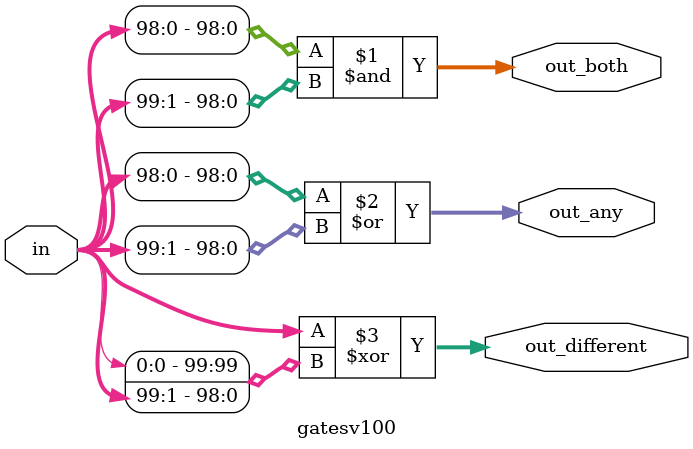
<source format=v>
module gatesv100(	// file.cleaned.mlir:2:3
  input  [99:0] in,	// file.cleaned.mlir:2:27
  output [98:0] out_both,	// file.cleaned.mlir:2:43
                out_any,	// file.cleaned.mlir:2:63
  output [99:0] out_different	// file.cleaned.mlir:2:82
);

  assign out_both = in[98:0] & in[99:1];	// file.cleaned.mlir:3:10, :4:10, :5:10, :11:5
  assign out_any = in[98:0] | in[99:1];	// file.cleaned.mlir:3:10, :4:10, :7:10, :11:5
  assign out_different = in ^ {in[0], in[99:1]};	// file.cleaned.mlir:3:10, :8:10, :9:10, :10:10, :11:5
endmodule


</source>
